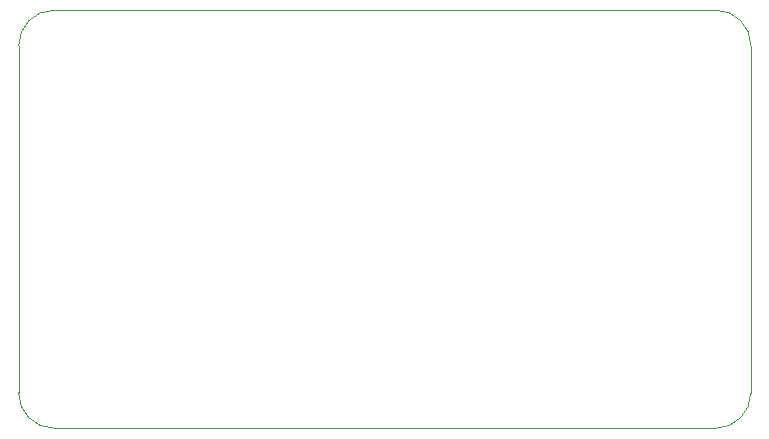
<source format=gbr>
%TF.GenerationSoftware,KiCad,Pcbnew,8.0.1*%
%TF.CreationDate,2024-11-21T12:07:33+07:00*%
%TF.ProjectId,Monitor,4d6f6e69-746f-4722-9e6b-696361645f70,rev?*%
%TF.SameCoordinates,Original*%
%TF.FileFunction,Profile,NP*%
%FSLAX46Y46*%
G04 Gerber Fmt 4.6, Leading zero omitted, Abs format (unit mm)*
G04 Created by KiCad (PCBNEW 8.0.1) date 2024-11-21 12:07:33*
%MOMM*%
%LPD*%
G01*
G04 APERTURE LIST*
%TA.AperFunction,Profile*%
%ADD10C,0.050000*%
%TD*%
G04 APERTURE END LIST*
D10*
X110300000Y-123200000D02*
G75*
G02*
X107300000Y-126200000I-3000000J0D01*
G01*
X51300000Y-126200000D02*
G75*
G02*
X48300000Y-123200000I0J3000000D01*
G01*
X48300000Y-93800000D02*
X48300000Y-123200000D01*
X110300000Y-123200000D02*
X110300000Y-93800000D01*
X51300000Y-126200000D02*
X107300000Y-126200000D01*
X107300000Y-90800000D02*
X51300000Y-90800000D01*
X48300000Y-93800000D02*
G75*
G02*
X51300000Y-90800000I3000000J0D01*
G01*
X107300000Y-90800000D02*
G75*
G02*
X110300000Y-93800000I0J-3000000D01*
G01*
M02*

</source>
